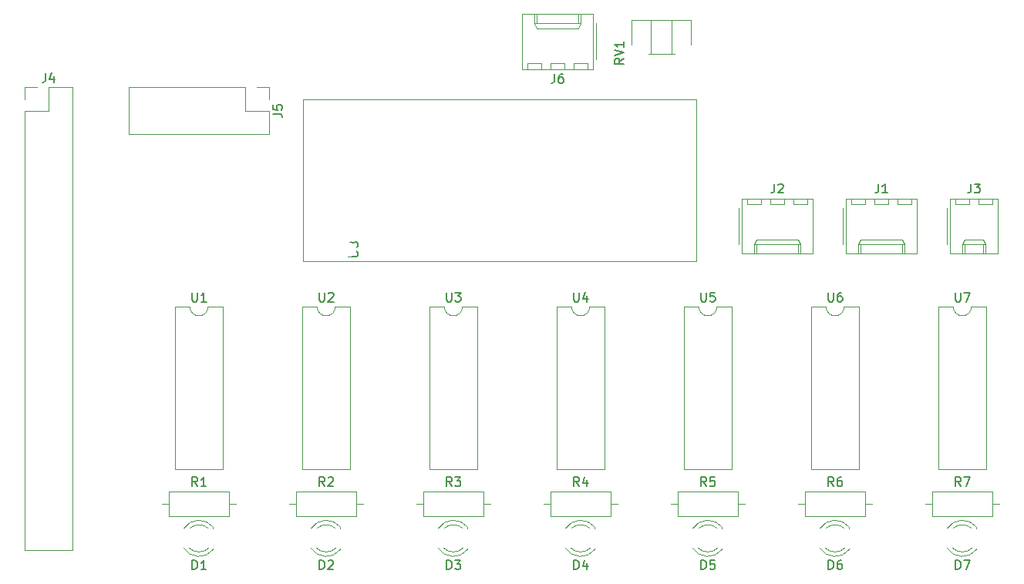
<source format=gto>
G04 #@! TF.GenerationSoftware,KiCad,Pcbnew,5.1.5+dfsg1-2build2*
G04 #@! TF.CreationDate,2021-12-17T12:34:58-06:00*
G04 #@! TF.ProjectId,dna-puzzle-electronics,646e612d-7075-47a7-9a6c-652d656c6563,rev?*
G04 #@! TF.SameCoordinates,Original*
G04 #@! TF.FileFunction,Legend,Top*
G04 #@! TF.FilePolarity,Positive*
%FSLAX46Y46*%
G04 Gerber Fmt 4.6, Leading zero omitted, Abs format (unit mm)*
G04 Created by KiCad (PCBNEW 5.1.5+dfsg1-2build2) date 2021-12-17 12:34:58*
%MOMM*%
%LPD*%
G04 APERTURE LIST*
%ADD10C,0.120000*%
%ADD11C,0.150000*%
%ADD12C,1.902000*%
%ADD13R,1.902000X1.902000*%
%ADD14O,1.842000X2.302000*%
%ADD15C,0.100000*%
%ADD16R,1.802000X1.802000*%
%ADD17O,1.802000X1.802000*%
%ADD18C,1.702000*%
%ADD19O,1.702000X1.702000*%
%ADD20C,1.722000*%
%ADD21R,1.702000X1.702000*%
%ADD22C,1.626000*%
G04 APERTURE END LIST*
D10*
X115860000Y-118300000D02*
X115860000Y-118144000D01*
X115860000Y-120616000D02*
X115860000Y-120460000D01*
X113258870Y-118300163D02*
G75*
G02X115340961Y-118300000I1041130J-1079837D01*
G01*
X113258870Y-120459837D02*
G75*
G03X115340961Y-120460000I1041130J1079837D01*
G01*
X112627665Y-118301392D02*
G75*
G02X115860000Y-118144484I1672335J-1078608D01*
G01*
X112627665Y-120458608D02*
G75*
G03X115860000Y-120615516I1672335J1078608D01*
G01*
X126597665Y-120458608D02*
G75*
G03X129830000Y-120615516I1672335J1078608D01*
G01*
X126597665Y-118301392D02*
G75*
G02X129830000Y-118144484I1672335J-1078608D01*
G01*
X127228870Y-120459837D02*
G75*
G03X129310961Y-120460000I1041130J1079837D01*
G01*
X127228870Y-118300163D02*
G75*
G02X129310961Y-118300000I1041130J-1079837D01*
G01*
X129830000Y-120616000D02*
X129830000Y-120460000D01*
X129830000Y-118300000D02*
X129830000Y-118144000D01*
X143800000Y-118300000D02*
X143800000Y-118144000D01*
X143800000Y-120616000D02*
X143800000Y-120460000D01*
X141198870Y-118300163D02*
G75*
G02X143280961Y-118300000I1041130J-1079837D01*
G01*
X141198870Y-120459837D02*
G75*
G03X143280961Y-120460000I1041130J1079837D01*
G01*
X140567665Y-118301392D02*
G75*
G02X143800000Y-118144484I1672335J-1078608D01*
G01*
X140567665Y-120458608D02*
G75*
G03X143800000Y-120615516I1672335J1078608D01*
G01*
X154537665Y-120458608D02*
G75*
G03X157770000Y-120615516I1672335J1078608D01*
G01*
X154537665Y-118301392D02*
G75*
G02X157770000Y-118144484I1672335J-1078608D01*
G01*
X155168870Y-120459837D02*
G75*
G03X157250961Y-120460000I1041130J1079837D01*
G01*
X155168870Y-118300163D02*
G75*
G02X157250961Y-118300000I1041130J-1079837D01*
G01*
X157770000Y-120616000D02*
X157770000Y-120460000D01*
X157770000Y-118300000D02*
X157770000Y-118144000D01*
X171740000Y-118300000D02*
X171740000Y-118144000D01*
X171740000Y-120616000D02*
X171740000Y-120460000D01*
X169138870Y-118300163D02*
G75*
G02X171220961Y-118300000I1041130J-1079837D01*
G01*
X169138870Y-120459837D02*
G75*
G03X171220961Y-120460000I1041130J1079837D01*
G01*
X168507665Y-118301392D02*
G75*
G02X171740000Y-118144484I1672335J-1078608D01*
G01*
X168507665Y-120458608D02*
G75*
G03X171740000Y-120615516I1672335J1078608D01*
G01*
X182477665Y-120458608D02*
G75*
G03X185710000Y-120615516I1672335J1078608D01*
G01*
X182477665Y-118301392D02*
G75*
G02X185710000Y-118144484I1672335J-1078608D01*
G01*
X183108870Y-120459837D02*
G75*
G03X185190961Y-120460000I1041130J1079837D01*
G01*
X183108870Y-118300163D02*
G75*
G02X185190961Y-118300000I1041130J-1079837D01*
G01*
X185710000Y-120616000D02*
X185710000Y-120460000D01*
X185710000Y-118300000D02*
X185710000Y-118144000D01*
X196447665Y-120458608D02*
G75*
G03X199680000Y-120615516I1672335J1078608D01*
G01*
X196447665Y-118301392D02*
G75*
G02X199680000Y-118144484I1672335J-1078608D01*
G01*
X197078870Y-120459837D02*
G75*
G03X199160961Y-120460000I1041130J1079837D01*
G01*
X197078870Y-118300163D02*
G75*
G02X199160961Y-118300000I1041130J-1079837D01*
G01*
X199680000Y-120616000D02*
X199680000Y-120460000D01*
X199680000Y-118300000D02*
X199680000Y-118144000D01*
X192570000Y-82660000D02*
X192570000Y-82060000D01*
X190970000Y-82660000D02*
X192570000Y-82660000D01*
X190970000Y-82060000D02*
X190970000Y-82660000D01*
X190030000Y-82660000D02*
X190030000Y-82060000D01*
X188430000Y-82660000D02*
X190030000Y-82660000D01*
X188430000Y-82060000D02*
X188430000Y-82660000D01*
X187490000Y-82660000D02*
X187490000Y-82060000D01*
X185890000Y-82660000D02*
X187490000Y-82660000D01*
X185890000Y-82060000D02*
X185890000Y-82660000D01*
X191520000Y-88080000D02*
X191520000Y-87080000D01*
X186940000Y-88080000D02*
X186940000Y-87080000D01*
X191520000Y-86550000D02*
X191770000Y-87080000D01*
X186940000Y-86550000D02*
X191520000Y-86550000D01*
X186690000Y-87080000D02*
X186940000Y-86550000D01*
X191770000Y-87080000D02*
X191770000Y-88080000D01*
X186690000Y-87080000D02*
X191770000Y-87080000D01*
X186690000Y-88080000D02*
X186690000Y-87080000D01*
X185020000Y-83090000D02*
X185020000Y-87090000D01*
X193150000Y-82060000D02*
X185310000Y-82060000D01*
X193150000Y-88080000D02*
X193150000Y-82060000D01*
X185310000Y-88080000D02*
X193150000Y-88080000D01*
X185310000Y-82060000D02*
X185310000Y-88080000D01*
X173880000Y-82060000D02*
X173880000Y-88080000D01*
X173880000Y-88080000D02*
X181720000Y-88080000D01*
X181720000Y-88080000D02*
X181720000Y-82060000D01*
X181720000Y-82060000D02*
X173880000Y-82060000D01*
X173590000Y-83090000D02*
X173590000Y-87090000D01*
X175260000Y-88080000D02*
X175260000Y-87080000D01*
X175260000Y-87080000D02*
X180340000Y-87080000D01*
X180340000Y-87080000D02*
X180340000Y-88080000D01*
X175260000Y-87080000D02*
X175510000Y-86550000D01*
X175510000Y-86550000D02*
X180090000Y-86550000D01*
X180090000Y-86550000D02*
X180340000Y-87080000D01*
X175510000Y-88080000D02*
X175510000Y-87080000D01*
X180090000Y-88080000D02*
X180090000Y-87080000D01*
X174460000Y-82060000D02*
X174460000Y-82660000D01*
X174460000Y-82660000D02*
X176060000Y-82660000D01*
X176060000Y-82660000D02*
X176060000Y-82060000D01*
X177000000Y-82060000D02*
X177000000Y-82660000D01*
X177000000Y-82660000D02*
X178600000Y-82660000D01*
X178600000Y-82660000D02*
X178600000Y-82060000D01*
X179540000Y-82060000D02*
X179540000Y-82660000D01*
X179540000Y-82660000D02*
X181140000Y-82660000D01*
X181140000Y-82660000D02*
X181140000Y-82060000D01*
X196740000Y-82060000D02*
X196740000Y-88080000D01*
X196740000Y-88080000D02*
X202040000Y-88080000D01*
X202040000Y-88080000D02*
X202040000Y-82060000D01*
X202040000Y-82060000D02*
X196740000Y-82060000D01*
X196450000Y-83090000D02*
X196450000Y-87090000D01*
X198120000Y-88080000D02*
X198120000Y-87080000D01*
X198120000Y-87080000D02*
X200660000Y-87080000D01*
X200660000Y-87080000D02*
X200660000Y-88080000D01*
X198120000Y-87080000D02*
X198370000Y-86550000D01*
X198370000Y-86550000D02*
X200410000Y-86550000D01*
X200410000Y-86550000D02*
X200660000Y-87080000D01*
X198370000Y-88080000D02*
X198370000Y-87080000D01*
X200410000Y-88080000D02*
X200410000Y-87080000D01*
X197320000Y-82060000D02*
X197320000Y-82660000D01*
X197320000Y-82660000D02*
X198920000Y-82660000D01*
X198920000Y-82660000D02*
X198920000Y-82060000D01*
X199860000Y-82060000D02*
X199860000Y-82660000D01*
X199860000Y-82660000D02*
X201460000Y-82660000D01*
X201460000Y-82660000D02*
X201460000Y-82060000D01*
X95190000Y-120710000D02*
X100390000Y-120710000D01*
X95190000Y-72390000D02*
X95190000Y-120710000D01*
X100390000Y-69790000D02*
X100390000Y-120710000D01*
X95190000Y-72390000D02*
X97790000Y-72390000D01*
X97790000Y-72390000D02*
X97790000Y-69790000D01*
X97790000Y-69790000D02*
X100390000Y-69790000D01*
X95190000Y-71120000D02*
X95190000Y-69790000D01*
X95190000Y-69790000D02*
X96520000Y-69790000D01*
X106620000Y-69790000D02*
X106620000Y-74990000D01*
X119380000Y-69790000D02*
X106620000Y-69790000D01*
X121980000Y-74990000D02*
X106620000Y-74990000D01*
X119380000Y-69790000D02*
X119380000Y-72390000D01*
X119380000Y-72390000D02*
X121980000Y-72390000D01*
X121980000Y-72390000D02*
X121980000Y-74990000D01*
X120650000Y-69790000D02*
X121980000Y-69790000D01*
X121980000Y-69790000D02*
X121980000Y-71120000D01*
X157590000Y-67800000D02*
X157590000Y-61780000D01*
X157590000Y-61780000D02*
X149750000Y-61780000D01*
X149750000Y-61780000D02*
X149750000Y-67800000D01*
X149750000Y-67800000D02*
X157590000Y-67800000D01*
X157880000Y-66770000D02*
X157880000Y-62770000D01*
X156210000Y-61780000D02*
X156210000Y-62780000D01*
X156210000Y-62780000D02*
X151130000Y-62780000D01*
X151130000Y-62780000D02*
X151130000Y-61780000D01*
X156210000Y-62780000D02*
X155960000Y-63310000D01*
X155960000Y-63310000D02*
X151380000Y-63310000D01*
X151380000Y-63310000D02*
X151130000Y-62780000D01*
X155960000Y-61780000D02*
X155960000Y-62780000D01*
X151380000Y-61780000D02*
X151380000Y-62780000D01*
X157010000Y-67800000D02*
X157010000Y-67200000D01*
X157010000Y-67200000D02*
X155410000Y-67200000D01*
X155410000Y-67200000D02*
X155410000Y-67800000D01*
X154470000Y-67800000D02*
X154470000Y-67200000D01*
X154470000Y-67200000D02*
X152870000Y-67200000D01*
X152870000Y-67200000D02*
X152870000Y-67800000D01*
X151930000Y-67800000D02*
X151930000Y-67200000D01*
X151930000Y-67200000D02*
X150330000Y-67200000D01*
X150330000Y-67200000D02*
X150330000Y-67800000D01*
X111030000Y-114200000D02*
X111030000Y-116940000D01*
X111030000Y-116940000D02*
X117570000Y-116940000D01*
X117570000Y-116940000D02*
X117570000Y-114200000D01*
X117570000Y-114200000D02*
X111030000Y-114200000D01*
X110260000Y-115570000D02*
X111030000Y-115570000D01*
X118340000Y-115570000D02*
X117570000Y-115570000D01*
X125000000Y-114200000D02*
X125000000Y-116940000D01*
X125000000Y-116940000D02*
X131540000Y-116940000D01*
X131540000Y-116940000D02*
X131540000Y-114200000D01*
X131540000Y-114200000D02*
X125000000Y-114200000D01*
X124230000Y-115570000D02*
X125000000Y-115570000D01*
X132310000Y-115570000D02*
X131540000Y-115570000D01*
X138970000Y-114200000D02*
X138970000Y-116940000D01*
X138970000Y-116940000D02*
X145510000Y-116940000D01*
X145510000Y-116940000D02*
X145510000Y-114200000D01*
X145510000Y-114200000D02*
X138970000Y-114200000D01*
X138200000Y-115570000D02*
X138970000Y-115570000D01*
X146280000Y-115570000D02*
X145510000Y-115570000D01*
X160250000Y-115570000D02*
X159480000Y-115570000D01*
X152170000Y-115570000D02*
X152940000Y-115570000D01*
X159480000Y-114200000D02*
X152940000Y-114200000D01*
X159480000Y-116940000D02*
X159480000Y-114200000D01*
X152940000Y-116940000D02*
X159480000Y-116940000D01*
X152940000Y-114200000D02*
X152940000Y-116940000D01*
X174220000Y-115570000D02*
X173450000Y-115570000D01*
X166140000Y-115570000D02*
X166910000Y-115570000D01*
X173450000Y-114200000D02*
X166910000Y-114200000D01*
X173450000Y-116940000D02*
X173450000Y-114200000D01*
X166910000Y-116940000D02*
X173450000Y-116940000D01*
X166910000Y-114200000D02*
X166910000Y-116940000D01*
X188190000Y-115570000D02*
X187420000Y-115570000D01*
X180110000Y-115570000D02*
X180880000Y-115570000D01*
X187420000Y-114200000D02*
X180880000Y-114200000D01*
X187420000Y-116940000D02*
X187420000Y-114200000D01*
X180880000Y-116940000D02*
X187420000Y-116940000D01*
X180880000Y-114200000D02*
X180880000Y-116940000D01*
X194850000Y-114200000D02*
X194850000Y-116940000D01*
X194850000Y-116940000D02*
X201390000Y-116940000D01*
X201390000Y-116940000D02*
X201390000Y-114200000D01*
X201390000Y-114200000D02*
X194850000Y-114200000D01*
X194080000Y-115570000D02*
X194850000Y-115570000D01*
X202160000Y-115570000D02*
X201390000Y-115570000D01*
X161790000Y-65115000D02*
X161790000Y-62420000D01*
X168330000Y-65115000D02*
X168330000Y-62420000D01*
X161790000Y-62420000D02*
X168330000Y-62420000D01*
X163626000Y-66161000D02*
X166495000Y-66161000D01*
X163940000Y-66161000D02*
X163940000Y-62420000D01*
X166180000Y-66161000D02*
X166180000Y-62420000D01*
X163940000Y-66161000D02*
X166180000Y-66161000D01*
X163940000Y-62420000D02*
X166180000Y-62420000D01*
X115300000Y-93920000D02*
G75*
G02X113300000Y-93920000I-1000000J0D01*
G01*
X113300000Y-93920000D02*
X111650000Y-93920000D01*
X111650000Y-93920000D02*
X111650000Y-111820000D01*
X111650000Y-111820000D02*
X116950000Y-111820000D01*
X116950000Y-111820000D02*
X116950000Y-93920000D01*
X116950000Y-93920000D02*
X115300000Y-93920000D01*
X130920000Y-93920000D02*
X129270000Y-93920000D01*
X130920000Y-111820000D02*
X130920000Y-93920000D01*
X125620000Y-111820000D02*
X130920000Y-111820000D01*
X125620000Y-93920000D02*
X125620000Y-111820000D01*
X127270000Y-93920000D02*
X125620000Y-93920000D01*
X129270000Y-93920000D02*
G75*
G02X127270000Y-93920000I-1000000J0D01*
G01*
X143240000Y-93920000D02*
G75*
G02X141240000Y-93920000I-1000000J0D01*
G01*
X141240000Y-93920000D02*
X139590000Y-93920000D01*
X139590000Y-93920000D02*
X139590000Y-111820000D01*
X139590000Y-111820000D02*
X144890000Y-111820000D01*
X144890000Y-111820000D02*
X144890000Y-93920000D01*
X144890000Y-93920000D02*
X143240000Y-93920000D01*
X158860000Y-93920000D02*
X157210000Y-93920000D01*
X158860000Y-111820000D02*
X158860000Y-93920000D01*
X153560000Y-111820000D02*
X158860000Y-111820000D01*
X153560000Y-93920000D02*
X153560000Y-111820000D01*
X155210000Y-93920000D02*
X153560000Y-93920000D01*
X157210000Y-93920000D02*
G75*
G02X155210000Y-93920000I-1000000J0D01*
G01*
X171180000Y-93920000D02*
G75*
G02X169180000Y-93920000I-1000000J0D01*
G01*
X169180000Y-93920000D02*
X167530000Y-93920000D01*
X167530000Y-93920000D02*
X167530000Y-111820000D01*
X167530000Y-111820000D02*
X172830000Y-111820000D01*
X172830000Y-111820000D02*
X172830000Y-93920000D01*
X172830000Y-93920000D02*
X171180000Y-93920000D01*
X185150000Y-93920000D02*
G75*
G02X183150000Y-93920000I-1000000J0D01*
G01*
X183150000Y-93920000D02*
X181500000Y-93920000D01*
X181500000Y-93920000D02*
X181500000Y-111820000D01*
X181500000Y-111820000D02*
X186800000Y-111820000D01*
X186800000Y-111820000D02*
X186800000Y-93920000D01*
X186800000Y-93920000D02*
X185150000Y-93920000D01*
X200770000Y-93920000D02*
X199120000Y-93920000D01*
X200770000Y-111820000D02*
X200770000Y-93920000D01*
X195470000Y-111820000D02*
X200770000Y-111820000D01*
X195470000Y-93920000D02*
X195470000Y-111820000D01*
X197120000Y-93920000D02*
X195470000Y-93920000D01*
X199120000Y-93920000D02*
G75*
G02X197120000Y-93920000I-1000000J0D01*
G01*
X168910000Y-88900000D02*
X168910000Y-71120000D01*
X168910000Y-71120000D02*
X125730000Y-71120000D01*
X125730000Y-71120000D02*
X125730000Y-88900000D01*
X125730000Y-88900000D02*
X168910000Y-88900000D01*
D11*
X113561904Y-122792380D02*
X113561904Y-121792380D01*
X113800000Y-121792380D01*
X113942857Y-121840000D01*
X114038095Y-121935238D01*
X114085714Y-122030476D01*
X114133333Y-122220952D01*
X114133333Y-122363809D01*
X114085714Y-122554285D01*
X114038095Y-122649523D01*
X113942857Y-122744761D01*
X113800000Y-122792380D01*
X113561904Y-122792380D01*
X115085714Y-122792380D02*
X114514285Y-122792380D01*
X114800000Y-122792380D02*
X114800000Y-121792380D01*
X114704761Y-121935238D01*
X114609523Y-122030476D01*
X114514285Y-122078095D01*
X127531904Y-122792380D02*
X127531904Y-121792380D01*
X127770000Y-121792380D01*
X127912857Y-121840000D01*
X128008095Y-121935238D01*
X128055714Y-122030476D01*
X128103333Y-122220952D01*
X128103333Y-122363809D01*
X128055714Y-122554285D01*
X128008095Y-122649523D01*
X127912857Y-122744761D01*
X127770000Y-122792380D01*
X127531904Y-122792380D01*
X128484285Y-121887619D02*
X128531904Y-121840000D01*
X128627142Y-121792380D01*
X128865238Y-121792380D01*
X128960476Y-121840000D01*
X129008095Y-121887619D01*
X129055714Y-121982857D01*
X129055714Y-122078095D01*
X129008095Y-122220952D01*
X128436666Y-122792380D01*
X129055714Y-122792380D01*
X141501904Y-122792380D02*
X141501904Y-121792380D01*
X141740000Y-121792380D01*
X141882857Y-121840000D01*
X141978095Y-121935238D01*
X142025714Y-122030476D01*
X142073333Y-122220952D01*
X142073333Y-122363809D01*
X142025714Y-122554285D01*
X141978095Y-122649523D01*
X141882857Y-122744761D01*
X141740000Y-122792380D01*
X141501904Y-122792380D01*
X142406666Y-121792380D02*
X143025714Y-121792380D01*
X142692380Y-122173333D01*
X142835238Y-122173333D01*
X142930476Y-122220952D01*
X142978095Y-122268571D01*
X143025714Y-122363809D01*
X143025714Y-122601904D01*
X142978095Y-122697142D01*
X142930476Y-122744761D01*
X142835238Y-122792380D01*
X142549523Y-122792380D01*
X142454285Y-122744761D01*
X142406666Y-122697142D01*
X155471904Y-122792380D02*
X155471904Y-121792380D01*
X155710000Y-121792380D01*
X155852857Y-121840000D01*
X155948095Y-121935238D01*
X155995714Y-122030476D01*
X156043333Y-122220952D01*
X156043333Y-122363809D01*
X155995714Y-122554285D01*
X155948095Y-122649523D01*
X155852857Y-122744761D01*
X155710000Y-122792380D01*
X155471904Y-122792380D01*
X156900476Y-122125714D02*
X156900476Y-122792380D01*
X156662380Y-121744761D02*
X156424285Y-122459047D01*
X157043333Y-122459047D01*
X169441904Y-122792380D02*
X169441904Y-121792380D01*
X169680000Y-121792380D01*
X169822857Y-121840000D01*
X169918095Y-121935238D01*
X169965714Y-122030476D01*
X170013333Y-122220952D01*
X170013333Y-122363809D01*
X169965714Y-122554285D01*
X169918095Y-122649523D01*
X169822857Y-122744761D01*
X169680000Y-122792380D01*
X169441904Y-122792380D01*
X170918095Y-121792380D02*
X170441904Y-121792380D01*
X170394285Y-122268571D01*
X170441904Y-122220952D01*
X170537142Y-122173333D01*
X170775238Y-122173333D01*
X170870476Y-122220952D01*
X170918095Y-122268571D01*
X170965714Y-122363809D01*
X170965714Y-122601904D01*
X170918095Y-122697142D01*
X170870476Y-122744761D01*
X170775238Y-122792380D01*
X170537142Y-122792380D01*
X170441904Y-122744761D01*
X170394285Y-122697142D01*
X183411904Y-122792380D02*
X183411904Y-121792380D01*
X183650000Y-121792380D01*
X183792857Y-121840000D01*
X183888095Y-121935238D01*
X183935714Y-122030476D01*
X183983333Y-122220952D01*
X183983333Y-122363809D01*
X183935714Y-122554285D01*
X183888095Y-122649523D01*
X183792857Y-122744761D01*
X183650000Y-122792380D01*
X183411904Y-122792380D01*
X184840476Y-121792380D02*
X184650000Y-121792380D01*
X184554761Y-121840000D01*
X184507142Y-121887619D01*
X184411904Y-122030476D01*
X184364285Y-122220952D01*
X184364285Y-122601904D01*
X184411904Y-122697142D01*
X184459523Y-122744761D01*
X184554761Y-122792380D01*
X184745238Y-122792380D01*
X184840476Y-122744761D01*
X184888095Y-122697142D01*
X184935714Y-122601904D01*
X184935714Y-122363809D01*
X184888095Y-122268571D01*
X184840476Y-122220952D01*
X184745238Y-122173333D01*
X184554761Y-122173333D01*
X184459523Y-122220952D01*
X184411904Y-122268571D01*
X184364285Y-122363809D01*
X197381904Y-122792380D02*
X197381904Y-121792380D01*
X197620000Y-121792380D01*
X197762857Y-121840000D01*
X197858095Y-121935238D01*
X197905714Y-122030476D01*
X197953333Y-122220952D01*
X197953333Y-122363809D01*
X197905714Y-122554285D01*
X197858095Y-122649523D01*
X197762857Y-122744761D01*
X197620000Y-122792380D01*
X197381904Y-122792380D01*
X198286666Y-121792380D02*
X198953333Y-121792380D01*
X198524761Y-122792380D01*
X188896666Y-80422380D02*
X188896666Y-81136666D01*
X188849047Y-81279523D01*
X188753809Y-81374761D01*
X188610952Y-81422380D01*
X188515714Y-81422380D01*
X189896666Y-81422380D02*
X189325238Y-81422380D01*
X189610952Y-81422380D02*
X189610952Y-80422380D01*
X189515714Y-80565238D01*
X189420476Y-80660476D01*
X189325238Y-80708095D01*
X177466666Y-80422380D02*
X177466666Y-81136666D01*
X177419047Y-81279523D01*
X177323809Y-81374761D01*
X177180952Y-81422380D01*
X177085714Y-81422380D01*
X177895238Y-80517619D02*
X177942857Y-80470000D01*
X178038095Y-80422380D01*
X178276190Y-80422380D01*
X178371428Y-80470000D01*
X178419047Y-80517619D01*
X178466666Y-80612857D01*
X178466666Y-80708095D01*
X178419047Y-80850952D01*
X177847619Y-81422380D01*
X178466666Y-81422380D01*
X199056666Y-80422380D02*
X199056666Y-81136666D01*
X199009047Y-81279523D01*
X198913809Y-81374761D01*
X198770952Y-81422380D01*
X198675714Y-81422380D01*
X199437619Y-80422380D02*
X200056666Y-80422380D01*
X199723333Y-80803333D01*
X199866190Y-80803333D01*
X199961428Y-80850952D01*
X200009047Y-80898571D01*
X200056666Y-80993809D01*
X200056666Y-81231904D01*
X200009047Y-81327142D01*
X199961428Y-81374761D01*
X199866190Y-81422380D01*
X199580476Y-81422380D01*
X199485238Y-81374761D01*
X199437619Y-81327142D01*
X97456666Y-68242380D02*
X97456666Y-68956666D01*
X97409047Y-69099523D01*
X97313809Y-69194761D01*
X97170952Y-69242380D01*
X97075714Y-69242380D01*
X98361428Y-68575714D02*
X98361428Y-69242380D01*
X98123333Y-68194761D02*
X97885238Y-68909047D01*
X98504285Y-68909047D01*
X122432380Y-72723333D02*
X123146666Y-72723333D01*
X123289523Y-72770952D01*
X123384761Y-72866190D01*
X123432380Y-73009047D01*
X123432380Y-73104285D01*
X122432380Y-71770952D02*
X122432380Y-72247142D01*
X122908571Y-72294761D01*
X122860952Y-72247142D01*
X122813333Y-72151904D01*
X122813333Y-71913809D01*
X122860952Y-71818571D01*
X122908571Y-71770952D01*
X123003809Y-71723333D01*
X123241904Y-71723333D01*
X123337142Y-71770952D01*
X123384761Y-71818571D01*
X123432380Y-71913809D01*
X123432380Y-72151904D01*
X123384761Y-72247142D01*
X123337142Y-72294761D01*
X153336666Y-68342380D02*
X153336666Y-69056666D01*
X153289047Y-69199523D01*
X153193809Y-69294761D01*
X153050952Y-69342380D01*
X152955714Y-69342380D01*
X154241428Y-68342380D02*
X154050952Y-68342380D01*
X153955714Y-68390000D01*
X153908095Y-68437619D01*
X153812857Y-68580476D01*
X153765238Y-68770952D01*
X153765238Y-69151904D01*
X153812857Y-69247142D01*
X153860476Y-69294761D01*
X153955714Y-69342380D01*
X154146190Y-69342380D01*
X154241428Y-69294761D01*
X154289047Y-69247142D01*
X154336666Y-69151904D01*
X154336666Y-68913809D01*
X154289047Y-68818571D01*
X154241428Y-68770952D01*
X154146190Y-68723333D01*
X153955714Y-68723333D01*
X153860476Y-68770952D01*
X153812857Y-68818571D01*
X153765238Y-68913809D01*
X114133333Y-113652380D02*
X113800000Y-113176190D01*
X113561904Y-113652380D02*
X113561904Y-112652380D01*
X113942857Y-112652380D01*
X114038095Y-112700000D01*
X114085714Y-112747619D01*
X114133333Y-112842857D01*
X114133333Y-112985714D01*
X114085714Y-113080952D01*
X114038095Y-113128571D01*
X113942857Y-113176190D01*
X113561904Y-113176190D01*
X115085714Y-113652380D02*
X114514285Y-113652380D01*
X114800000Y-113652380D02*
X114800000Y-112652380D01*
X114704761Y-112795238D01*
X114609523Y-112890476D01*
X114514285Y-112938095D01*
X128103333Y-113652380D02*
X127770000Y-113176190D01*
X127531904Y-113652380D02*
X127531904Y-112652380D01*
X127912857Y-112652380D01*
X128008095Y-112700000D01*
X128055714Y-112747619D01*
X128103333Y-112842857D01*
X128103333Y-112985714D01*
X128055714Y-113080952D01*
X128008095Y-113128571D01*
X127912857Y-113176190D01*
X127531904Y-113176190D01*
X128484285Y-112747619D02*
X128531904Y-112700000D01*
X128627142Y-112652380D01*
X128865238Y-112652380D01*
X128960476Y-112700000D01*
X129008095Y-112747619D01*
X129055714Y-112842857D01*
X129055714Y-112938095D01*
X129008095Y-113080952D01*
X128436666Y-113652380D01*
X129055714Y-113652380D01*
X142073333Y-113652380D02*
X141740000Y-113176190D01*
X141501904Y-113652380D02*
X141501904Y-112652380D01*
X141882857Y-112652380D01*
X141978095Y-112700000D01*
X142025714Y-112747619D01*
X142073333Y-112842857D01*
X142073333Y-112985714D01*
X142025714Y-113080952D01*
X141978095Y-113128571D01*
X141882857Y-113176190D01*
X141501904Y-113176190D01*
X142406666Y-112652380D02*
X143025714Y-112652380D01*
X142692380Y-113033333D01*
X142835238Y-113033333D01*
X142930476Y-113080952D01*
X142978095Y-113128571D01*
X143025714Y-113223809D01*
X143025714Y-113461904D01*
X142978095Y-113557142D01*
X142930476Y-113604761D01*
X142835238Y-113652380D01*
X142549523Y-113652380D01*
X142454285Y-113604761D01*
X142406666Y-113557142D01*
X156043333Y-113652380D02*
X155710000Y-113176190D01*
X155471904Y-113652380D02*
X155471904Y-112652380D01*
X155852857Y-112652380D01*
X155948095Y-112700000D01*
X155995714Y-112747619D01*
X156043333Y-112842857D01*
X156043333Y-112985714D01*
X155995714Y-113080952D01*
X155948095Y-113128571D01*
X155852857Y-113176190D01*
X155471904Y-113176190D01*
X156900476Y-112985714D02*
X156900476Y-113652380D01*
X156662380Y-112604761D02*
X156424285Y-113319047D01*
X157043333Y-113319047D01*
X170013333Y-113652380D02*
X169680000Y-113176190D01*
X169441904Y-113652380D02*
X169441904Y-112652380D01*
X169822857Y-112652380D01*
X169918095Y-112700000D01*
X169965714Y-112747619D01*
X170013333Y-112842857D01*
X170013333Y-112985714D01*
X169965714Y-113080952D01*
X169918095Y-113128571D01*
X169822857Y-113176190D01*
X169441904Y-113176190D01*
X170918095Y-112652380D02*
X170441904Y-112652380D01*
X170394285Y-113128571D01*
X170441904Y-113080952D01*
X170537142Y-113033333D01*
X170775238Y-113033333D01*
X170870476Y-113080952D01*
X170918095Y-113128571D01*
X170965714Y-113223809D01*
X170965714Y-113461904D01*
X170918095Y-113557142D01*
X170870476Y-113604761D01*
X170775238Y-113652380D01*
X170537142Y-113652380D01*
X170441904Y-113604761D01*
X170394285Y-113557142D01*
X183983333Y-113652380D02*
X183650000Y-113176190D01*
X183411904Y-113652380D02*
X183411904Y-112652380D01*
X183792857Y-112652380D01*
X183888095Y-112700000D01*
X183935714Y-112747619D01*
X183983333Y-112842857D01*
X183983333Y-112985714D01*
X183935714Y-113080952D01*
X183888095Y-113128571D01*
X183792857Y-113176190D01*
X183411904Y-113176190D01*
X184840476Y-112652380D02*
X184650000Y-112652380D01*
X184554761Y-112700000D01*
X184507142Y-112747619D01*
X184411904Y-112890476D01*
X184364285Y-113080952D01*
X184364285Y-113461904D01*
X184411904Y-113557142D01*
X184459523Y-113604761D01*
X184554761Y-113652380D01*
X184745238Y-113652380D01*
X184840476Y-113604761D01*
X184888095Y-113557142D01*
X184935714Y-113461904D01*
X184935714Y-113223809D01*
X184888095Y-113128571D01*
X184840476Y-113080952D01*
X184745238Y-113033333D01*
X184554761Y-113033333D01*
X184459523Y-113080952D01*
X184411904Y-113128571D01*
X184364285Y-113223809D01*
X197953333Y-113652380D02*
X197620000Y-113176190D01*
X197381904Y-113652380D02*
X197381904Y-112652380D01*
X197762857Y-112652380D01*
X197858095Y-112700000D01*
X197905714Y-112747619D01*
X197953333Y-112842857D01*
X197953333Y-112985714D01*
X197905714Y-113080952D01*
X197858095Y-113128571D01*
X197762857Y-113176190D01*
X197381904Y-113176190D01*
X198286666Y-112652380D02*
X198953333Y-112652380D01*
X198524761Y-113652380D01*
X160952380Y-66635238D02*
X160476190Y-66968571D01*
X160952380Y-67206666D02*
X159952380Y-67206666D01*
X159952380Y-66825714D01*
X160000000Y-66730476D01*
X160047619Y-66682857D01*
X160142857Y-66635238D01*
X160285714Y-66635238D01*
X160380952Y-66682857D01*
X160428571Y-66730476D01*
X160476190Y-66825714D01*
X160476190Y-67206666D01*
X159952380Y-66349523D02*
X160952380Y-66016190D01*
X159952380Y-65682857D01*
X160952380Y-64825714D02*
X160952380Y-65397142D01*
X160952380Y-65111428D02*
X159952380Y-65111428D01*
X160095238Y-65206666D01*
X160190476Y-65301904D01*
X160238095Y-65397142D01*
X113538095Y-92372380D02*
X113538095Y-93181904D01*
X113585714Y-93277142D01*
X113633333Y-93324761D01*
X113728571Y-93372380D01*
X113919047Y-93372380D01*
X114014285Y-93324761D01*
X114061904Y-93277142D01*
X114109523Y-93181904D01*
X114109523Y-92372380D01*
X115109523Y-93372380D02*
X114538095Y-93372380D01*
X114823809Y-93372380D02*
X114823809Y-92372380D01*
X114728571Y-92515238D01*
X114633333Y-92610476D01*
X114538095Y-92658095D01*
X127508095Y-92372380D02*
X127508095Y-93181904D01*
X127555714Y-93277142D01*
X127603333Y-93324761D01*
X127698571Y-93372380D01*
X127889047Y-93372380D01*
X127984285Y-93324761D01*
X128031904Y-93277142D01*
X128079523Y-93181904D01*
X128079523Y-92372380D01*
X128508095Y-92467619D02*
X128555714Y-92420000D01*
X128650952Y-92372380D01*
X128889047Y-92372380D01*
X128984285Y-92420000D01*
X129031904Y-92467619D01*
X129079523Y-92562857D01*
X129079523Y-92658095D01*
X129031904Y-92800952D01*
X128460476Y-93372380D01*
X129079523Y-93372380D01*
X141478095Y-92372380D02*
X141478095Y-93181904D01*
X141525714Y-93277142D01*
X141573333Y-93324761D01*
X141668571Y-93372380D01*
X141859047Y-93372380D01*
X141954285Y-93324761D01*
X142001904Y-93277142D01*
X142049523Y-93181904D01*
X142049523Y-92372380D01*
X142430476Y-92372380D02*
X143049523Y-92372380D01*
X142716190Y-92753333D01*
X142859047Y-92753333D01*
X142954285Y-92800952D01*
X143001904Y-92848571D01*
X143049523Y-92943809D01*
X143049523Y-93181904D01*
X143001904Y-93277142D01*
X142954285Y-93324761D01*
X142859047Y-93372380D01*
X142573333Y-93372380D01*
X142478095Y-93324761D01*
X142430476Y-93277142D01*
X155448095Y-92372380D02*
X155448095Y-93181904D01*
X155495714Y-93277142D01*
X155543333Y-93324761D01*
X155638571Y-93372380D01*
X155829047Y-93372380D01*
X155924285Y-93324761D01*
X155971904Y-93277142D01*
X156019523Y-93181904D01*
X156019523Y-92372380D01*
X156924285Y-92705714D02*
X156924285Y-93372380D01*
X156686190Y-92324761D02*
X156448095Y-93039047D01*
X157067142Y-93039047D01*
X169418095Y-92372380D02*
X169418095Y-93181904D01*
X169465714Y-93277142D01*
X169513333Y-93324761D01*
X169608571Y-93372380D01*
X169799047Y-93372380D01*
X169894285Y-93324761D01*
X169941904Y-93277142D01*
X169989523Y-93181904D01*
X169989523Y-92372380D01*
X170941904Y-92372380D02*
X170465714Y-92372380D01*
X170418095Y-92848571D01*
X170465714Y-92800952D01*
X170560952Y-92753333D01*
X170799047Y-92753333D01*
X170894285Y-92800952D01*
X170941904Y-92848571D01*
X170989523Y-92943809D01*
X170989523Y-93181904D01*
X170941904Y-93277142D01*
X170894285Y-93324761D01*
X170799047Y-93372380D01*
X170560952Y-93372380D01*
X170465714Y-93324761D01*
X170418095Y-93277142D01*
X183388095Y-92372380D02*
X183388095Y-93181904D01*
X183435714Y-93277142D01*
X183483333Y-93324761D01*
X183578571Y-93372380D01*
X183769047Y-93372380D01*
X183864285Y-93324761D01*
X183911904Y-93277142D01*
X183959523Y-93181904D01*
X183959523Y-92372380D01*
X184864285Y-92372380D02*
X184673809Y-92372380D01*
X184578571Y-92420000D01*
X184530952Y-92467619D01*
X184435714Y-92610476D01*
X184388095Y-92800952D01*
X184388095Y-93181904D01*
X184435714Y-93277142D01*
X184483333Y-93324761D01*
X184578571Y-93372380D01*
X184769047Y-93372380D01*
X184864285Y-93324761D01*
X184911904Y-93277142D01*
X184959523Y-93181904D01*
X184959523Y-92943809D01*
X184911904Y-92848571D01*
X184864285Y-92800952D01*
X184769047Y-92753333D01*
X184578571Y-92753333D01*
X184483333Y-92800952D01*
X184435714Y-92848571D01*
X184388095Y-92943809D01*
X197358095Y-92372380D02*
X197358095Y-93181904D01*
X197405714Y-93277142D01*
X197453333Y-93324761D01*
X197548571Y-93372380D01*
X197739047Y-93372380D01*
X197834285Y-93324761D01*
X197881904Y-93277142D01*
X197929523Y-93181904D01*
X197929523Y-92372380D01*
X198310476Y-92372380D02*
X198977142Y-92372380D01*
X198548571Y-93372380D01*
X130762380Y-88391904D02*
X131571904Y-88391904D01*
X131667142Y-88344285D01*
X131714761Y-88296666D01*
X131762380Y-88201428D01*
X131762380Y-88010952D01*
X131714761Y-87915714D01*
X131667142Y-87868095D01*
X131571904Y-87820476D01*
X130762380Y-87820476D01*
X131190952Y-87201428D02*
X131143333Y-87296666D01*
X131095714Y-87344285D01*
X131000476Y-87391904D01*
X130952857Y-87391904D01*
X130857619Y-87344285D01*
X130810000Y-87296666D01*
X130762380Y-87201428D01*
X130762380Y-87010952D01*
X130810000Y-86915714D01*
X130857619Y-86868095D01*
X130952857Y-86820476D01*
X131000476Y-86820476D01*
X131095714Y-86868095D01*
X131143333Y-86915714D01*
X131190952Y-87010952D01*
X131190952Y-87201428D01*
X131238571Y-87296666D01*
X131286190Y-87344285D01*
X131381428Y-87391904D01*
X131571904Y-87391904D01*
X131667142Y-87344285D01*
X131714761Y-87296666D01*
X131762380Y-87201428D01*
X131762380Y-87010952D01*
X131714761Y-86915714D01*
X131667142Y-86868095D01*
X131571904Y-86820476D01*
X131381428Y-86820476D01*
X131286190Y-86868095D01*
X131238571Y-86915714D01*
X131190952Y-87010952D01*
%LPC*%
D12*
X113030000Y-119380000D03*
D13*
X115570000Y-119380000D03*
X129540000Y-119380000D03*
D12*
X127000000Y-119380000D03*
X140970000Y-119380000D03*
D13*
X143510000Y-119380000D03*
X157480000Y-119380000D03*
D12*
X154940000Y-119380000D03*
X168910000Y-119380000D03*
D13*
X171450000Y-119380000D03*
X185420000Y-119380000D03*
D12*
X182880000Y-119380000D03*
D13*
X199390000Y-119380000D03*
D12*
X196850000Y-119380000D03*
D14*
X191770000Y-85090000D03*
X189230000Y-85090000D03*
D15*
G36*
X187372287Y-83940274D02*
G01*
X187397977Y-83944085D01*
X187423171Y-83950396D01*
X187447625Y-83959146D01*
X187471103Y-83970250D01*
X187493380Y-83983602D01*
X187514241Y-83999074D01*
X187533485Y-84016515D01*
X187550926Y-84035759D01*
X187566398Y-84056620D01*
X187579750Y-84078897D01*
X187590854Y-84102375D01*
X187599604Y-84126829D01*
X187605915Y-84152023D01*
X187609726Y-84177713D01*
X187611000Y-84203654D01*
X187611000Y-85976346D01*
X187609726Y-86002287D01*
X187605915Y-86027977D01*
X187599604Y-86053171D01*
X187590854Y-86077625D01*
X187579750Y-86101103D01*
X187566398Y-86123380D01*
X187550926Y-86144241D01*
X187533485Y-86163485D01*
X187514241Y-86180926D01*
X187493380Y-86196398D01*
X187471103Y-86209750D01*
X187447625Y-86220854D01*
X187423171Y-86229604D01*
X187397977Y-86235915D01*
X187372287Y-86239726D01*
X187346346Y-86241000D01*
X186033654Y-86241000D01*
X186007713Y-86239726D01*
X185982023Y-86235915D01*
X185956829Y-86229604D01*
X185932375Y-86220854D01*
X185908897Y-86209750D01*
X185886620Y-86196398D01*
X185865759Y-86180926D01*
X185846515Y-86163485D01*
X185829074Y-86144241D01*
X185813602Y-86123380D01*
X185800250Y-86101103D01*
X185789146Y-86077625D01*
X185780396Y-86053171D01*
X185774085Y-86027977D01*
X185770274Y-86002287D01*
X185769000Y-85976346D01*
X185769000Y-84203654D01*
X185770274Y-84177713D01*
X185774085Y-84152023D01*
X185780396Y-84126829D01*
X185789146Y-84102375D01*
X185800250Y-84078897D01*
X185813602Y-84056620D01*
X185829074Y-84035759D01*
X185846515Y-84016515D01*
X185865759Y-83999074D01*
X185886620Y-83983602D01*
X185908897Y-83970250D01*
X185932375Y-83959146D01*
X185956829Y-83950396D01*
X185982023Y-83944085D01*
X186007713Y-83940274D01*
X186033654Y-83939000D01*
X187346346Y-83939000D01*
X187372287Y-83940274D01*
G37*
G36*
X175942287Y-83940274D02*
G01*
X175967977Y-83944085D01*
X175993171Y-83950396D01*
X176017625Y-83959146D01*
X176041103Y-83970250D01*
X176063380Y-83983602D01*
X176084241Y-83999074D01*
X176103485Y-84016515D01*
X176120926Y-84035759D01*
X176136398Y-84056620D01*
X176149750Y-84078897D01*
X176160854Y-84102375D01*
X176169604Y-84126829D01*
X176175915Y-84152023D01*
X176179726Y-84177713D01*
X176181000Y-84203654D01*
X176181000Y-85976346D01*
X176179726Y-86002287D01*
X176175915Y-86027977D01*
X176169604Y-86053171D01*
X176160854Y-86077625D01*
X176149750Y-86101103D01*
X176136398Y-86123380D01*
X176120926Y-86144241D01*
X176103485Y-86163485D01*
X176084241Y-86180926D01*
X176063380Y-86196398D01*
X176041103Y-86209750D01*
X176017625Y-86220854D01*
X175993171Y-86229604D01*
X175967977Y-86235915D01*
X175942287Y-86239726D01*
X175916346Y-86241000D01*
X174603654Y-86241000D01*
X174577713Y-86239726D01*
X174552023Y-86235915D01*
X174526829Y-86229604D01*
X174502375Y-86220854D01*
X174478897Y-86209750D01*
X174456620Y-86196398D01*
X174435759Y-86180926D01*
X174416515Y-86163485D01*
X174399074Y-86144241D01*
X174383602Y-86123380D01*
X174370250Y-86101103D01*
X174359146Y-86077625D01*
X174350396Y-86053171D01*
X174344085Y-86027977D01*
X174340274Y-86002287D01*
X174339000Y-85976346D01*
X174339000Y-84203654D01*
X174340274Y-84177713D01*
X174344085Y-84152023D01*
X174350396Y-84126829D01*
X174359146Y-84102375D01*
X174370250Y-84078897D01*
X174383602Y-84056620D01*
X174399074Y-84035759D01*
X174416515Y-84016515D01*
X174435759Y-83999074D01*
X174456620Y-83983602D01*
X174478897Y-83970250D01*
X174502375Y-83959146D01*
X174526829Y-83950396D01*
X174552023Y-83944085D01*
X174577713Y-83940274D01*
X174603654Y-83939000D01*
X175916346Y-83939000D01*
X175942287Y-83940274D01*
G37*
D14*
X177800000Y-85090000D03*
X180340000Y-85090000D03*
D15*
G36*
X198802287Y-83940274D02*
G01*
X198827977Y-83944085D01*
X198853171Y-83950396D01*
X198877625Y-83959146D01*
X198901103Y-83970250D01*
X198923380Y-83983602D01*
X198944241Y-83999074D01*
X198963485Y-84016515D01*
X198980926Y-84035759D01*
X198996398Y-84056620D01*
X199009750Y-84078897D01*
X199020854Y-84102375D01*
X199029604Y-84126829D01*
X199035915Y-84152023D01*
X199039726Y-84177713D01*
X199041000Y-84203654D01*
X199041000Y-85976346D01*
X199039726Y-86002287D01*
X199035915Y-86027977D01*
X199029604Y-86053171D01*
X199020854Y-86077625D01*
X199009750Y-86101103D01*
X198996398Y-86123380D01*
X198980926Y-86144241D01*
X198963485Y-86163485D01*
X198944241Y-86180926D01*
X198923380Y-86196398D01*
X198901103Y-86209750D01*
X198877625Y-86220854D01*
X198853171Y-86229604D01*
X198827977Y-86235915D01*
X198802287Y-86239726D01*
X198776346Y-86241000D01*
X197463654Y-86241000D01*
X197437713Y-86239726D01*
X197412023Y-86235915D01*
X197386829Y-86229604D01*
X197362375Y-86220854D01*
X197338897Y-86209750D01*
X197316620Y-86196398D01*
X197295759Y-86180926D01*
X197276515Y-86163485D01*
X197259074Y-86144241D01*
X197243602Y-86123380D01*
X197230250Y-86101103D01*
X197219146Y-86077625D01*
X197210396Y-86053171D01*
X197204085Y-86027977D01*
X197200274Y-86002287D01*
X197199000Y-85976346D01*
X197199000Y-84203654D01*
X197200274Y-84177713D01*
X197204085Y-84152023D01*
X197210396Y-84126829D01*
X197219146Y-84102375D01*
X197230250Y-84078897D01*
X197243602Y-84056620D01*
X197259074Y-84035759D01*
X197276515Y-84016515D01*
X197295759Y-83999074D01*
X197316620Y-83983602D01*
X197338897Y-83970250D01*
X197362375Y-83959146D01*
X197386829Y-83950396D01*
X197412023Y-83944085D01*
X197437713Y-83940274D01*
X197463654Y-83939000D01*
X198776346Y-83939000D01*
X198802287Y-83940274D01*
G37*
D14*
X200660000Y-85090000D03*
D16*
X96520000Y-71120000D03*
D17*
X99060000Y-71120000D03*
X96520000Y-73660000D03*
X99060000Y-73660000D03*
X96520000Y-76200000D03*
X99060000Y-76200000D03*
X96520000Y-78740000D03*
X99060000Y-78740000D03*
X96520000Y-81280000D03*
X99060000Y-81280000D03*
X96520000Y-83820000D03*
X99060000Y-83820000D03*
X96520000Y-86360000D03*
X99060000Y-86360000D03*
X96520000Y-88900000D03*
X99060000Y-88900000D03*
X96520000Y-91440000D03*
X99060000Y-91440000D03*
X96520000Y-93980000D03*
X99060000Y-93980000D03*
X96520000Y-96520000D03*
X99060000Y-96520000D03*
X96520000Y-99060000D03*
X99060000Y-99060000D03*
X96520000Y-101600000D03*
X99060000Y-101600000D03*
X96520000Y-104140000D03*
X99060000Y-104140000D03*
X96520000Y-106680000D03*
X99060000Y-106680000D03*
X96520000Y-109220000D03*
X99060000Y-109220000D03*
X96520000Y-111760000D03*
X99060000Y-111760000D03*
X96520000Y-114300000D03*
X99060000Y-114300000D03*
X96520000Y-116840000D03*
X99060000Y-116840000D03*
X96520000Y-119380000D03*
X99060000Y-119380000D03*
D16*
X120650000Y-71120000D03*
D17*
X120650000Y-73660000D03*
X118110000Y-71120000D03*
X118110000Y-73660000D03*
X115570000Y-71120000D03*
X115570000Y-73660000D03*
X113030000Y-71120000D03*
X113030000Y-73660000D03*
X110490000Y-71120000D03*
X110490000Y-73660000D03*
X107950000Y-71120000D03*
X107950000Y-73660000D03*
D15*
G36*
X156892287Y-63620274D02*
G01*
X156917977Y-63624085D01*
X156943171Y-63630396D01*
X156967625Y-63639146D01*
X156991103Y-63650250D01*
X157013380Y-63663602D01*
X157034241Y-63679074D01*
X157053485Y-63696515D01*
X157070926Y-63715759D01*
X157086398Y-63736620D01*
X157099750Y-63758897D01*
X157110854Y-63782375D01*
X157119604Y-63806829D01*
X157125915Y-63832023D01*
X157129726Y-63857713D01*
X157131000Y-63883654D01*
X157131000Y-65656346D01*
X157129726Y-65682287D01*
X157125915Y-65707977D01*
X157119604Y-65733171D01*
X157110854Y-65757625D01*
X157099750Y-65781103D01*
X157086398Y-65803380D01*
X157070926Y-65824241D01*
X157053485Y-65843485D01*
X157034241Y-65860926D01*
X157013380Y-65876398D01*
X156991103Y-65889750D01*
X156967625Y-65900854D01*
X156943171Y-65909604D01*
X156917977Y-65915915D01*
X156892287Y-65919726D01*
X156866346Y-65921000D01*
X155553654Y-65921000D01*
X155527713Y-65919726D01*
X155502023Y-65915915D01*
X155476829Y-65909604D01*
X155452375Y-65900854D01*
X155428897Y-65889750D01*
X155406620Y-65876398D01*
X155385759Y-65860926D01*
X155366515Y-65843485D01*
X155349074Y-65824241D01*
X155333602Y-65803380D01*
X155320250Y-65781103D01*
X155309146Y-65757625D01*
X155300396Y-65733171D01*
X155294085Y-65707977D01*
X155290274Y-65682287D01*
X155289000Y-65656346D01*
X155289000Y-63883654D01*
X155290274Y-63857713D01*
X155294085Y-63832023D01*
X155300396Y-63806829D01*
X155309146Y-63782375D01*
X155320250Y-63758897D01*
X155333602Y-63736620D01*
X155349074Y-63715759D01*
X155366515Y-63696515D01*
X155385759Y-63679074D01*
X155406620Y-63663602D01*
X155428897Y-63650250D01*
X155452375Y-63639146D01*
X155476829Y-63630396D01*
X155502023Y-63624085D01*
X155527713Y-63620274D01*
X155553654Y-63619000D01*
X156866346Y-63619000D01*
X156892287Y-63620274D01*
G37*
D14*
X153670000Y-64770000D03*
X151130000Y-64770000D03*
D18*
X109220000Y-115570000D03*
D19*
X119380000Y-115570000D03*
D18*
X123190000Y-115570000D03*
D19*
X133350000Y-115570000D03*
D18*
X137160000Y-115570000D03*
D19*
X147320000Y-115570000D03*
X161290000Y-115570000D03*
D18*
X151130000Y-115570000D03*
D19*
X175260000Y-115570000D03*
D18*
X165100000Y-115570000D03*
D19*
X189230000Y-115570000D03*
D18*
X179070000Y-115570000D03*
X193040000Y-115570000D03*
D19*
X203200000Y-115570000D03*
D20*
X167560000Y-66040000D03*
X165060000Y-63540000D03*
X162560000Y-66040000D03*
D21*
X110490000Y-95250000D03*
D19*
X118110000Y-110490000D03*
X110490000Y-97790000D03*
X118110000Y-107950000D03*
X110490000Y-100330000D03*
X118110000Y-105410000D03*
X110490000Y-102870000D03*
X118110000Y-102870000D03*
X110490000Y-105410000D03*
X118110000Y-100330000D03*
X110490000Y-107950000D03*
X118110000Y-97790000D03*
X110490000Y-110490000D03*
X118110000Y-95250000D03*
X132080000Y-95250000D03*
X124460000Y-110490000D03*
X132080000Y-97790000D03*
X124460000Y-107950000D03*
X132080000Y-100330000D03*
X124460000Y-105410000D03*
X132080000Y-102870000D03*
X124460000Y-102870000D03*
X132080000Y-105410000D03*
X124460000Y-100330000D03*
X132080000Y-107950000D03*
X124460000Y-97790000D03*
X132080000Y-110490000D03*
D21*
X124460000Y-95250000D03*
X138430000Y-95250000D03*
D19*
X146050000Y-110490000D03*
X138430000Y-97790000D03*
X146050000Y-107950000D03*
X138430000Y-100330000D03*
X146050000Y-105410000D03*
X138430000Y-102870000D03*
X146050000Y-102870000D03*
X138430000Y-105410000D03*
X146050000Y-100330000D03*
X138430000Y-107950000D03*
X146050000Y-97790000D03*
X138430000Y-110490000D03*
X146050000Y-95250000D03*
X160020000Y-95250000D03*
X152400000Y-110490000D03*
X160020000Y-97790000D03*
X152400000Y-107950000D03*
X160020000Y-100330000D03*
X152400000Y-105410000D03*
X160020000Y-102870000D03*
X152400000Y-102870000D03*
X160020000Y-105410000D03*
X152400000Y-100330000D03*
X160020000Y-107950000D03*
X152400000Y-97790000D03*
X160020000Y-110490000D03*
D21*
X152400000Y-95250000D03*
X166370000Y-95250000D03*
D19*
X173990000Y-110490000D03*
X166370000Y-97790000D03*
X173990000Y-107950000D03*
X166370000Y-100330000D03*
X173990000Y-105410000D03*
X166370000Y-102870000D03*
X173990000Y-102870000D03*
X166370000Y-105410000D03*
X173990000Y-100330000D03*
X166370000Y-107950000D03*
X173990000Y-97790000D03*
X166370000Y-110490000D03*
X173990000Y-95250000D03*
D21*
X180340000Y-95250000D03*
D19*
X187960000Y-110490000D03*
X180340000Y-97790000D03*
X187960000Y-107950000D03*
X180340000Y-100330000D03*
X187960000Y-105410000D03*
X180340000Y-102870000D03*
X187960000Y-102870000D03*
X180340000Y-105410000D03*
X187960000Y-100330000D03*
X180340000Y-107950000D03*
X187960000Y-97790000D03*
X180340000Y-110490000D03*
X187960000Y-95250000D03*
X201930000Y-95250000D03*
X194310000Y-110490000D03*
X201930000Y-97790000D03*
X194310000Y-107950000D03*
X201930000Y-100330000D03*
X194310000Y-105410000D03*
X201930000Y-102870000D03*
X194310000Y-102870000D03*
X201930000Y-105410000D03*
X194310000Y-100330000D03*
X201930000Y-107950000D03*
X194310000Y-97790000D03*
X201930000Y-110490000D03*
D21*
X194310000Y-95250000D03*
D22*
X130810000Y-87630000D03*
X133350000Y-87630000D03*
X135890000Y-87630000D03*
X138430000Y-87630000D03*
X140970000Y-87630000D03*
X143510000Y-87630000D03*
X146050000Y-87630000D03*
X148590000Y-87630000D03*
X151130000Y-87630000D03*
X153670000Y-87630000D03*
X156210000Y-87630000D03*
X158750000Y-87630000D03*
X161290000Y-87630000D03*
X163830000Y-87630000D03*
X163830000Y-72390000D03*
X161290000Y-72390000D03*
X158750000Y-72390000D03*
X156210000Y-72390000D03*
X153670000Y-72390000D03*
X151130000Y-72390000D03*
X148590000Y-72390000D03*
X146050000Y-72390000D03*
X143510000Y-72390000D03*
X140970000Y-72390000D03*
X138430000Y-72390000D03*
X135890000Y-72390000D03*
X133350000Y-72390000D03*
X130810000Y-72390000D03*
M02*

</source>
